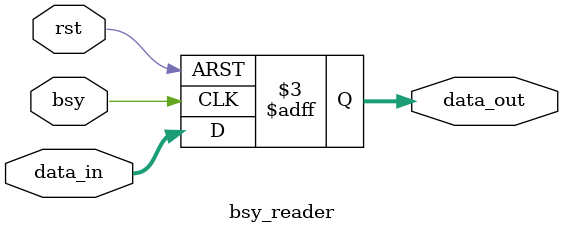
<source format=sv>
module bsy_reader (output logic [7:0] data_out, input logic [7:0] data_in, input logic bsy, rst);

always_ff @(posedge rst or negedge bsy) begin
 
    if (rst) begin

        data_out <= 'd0;

    end

    else if(!bsy) begin

        data_out = data_in;

    end
    

end


endmodule
</source>
